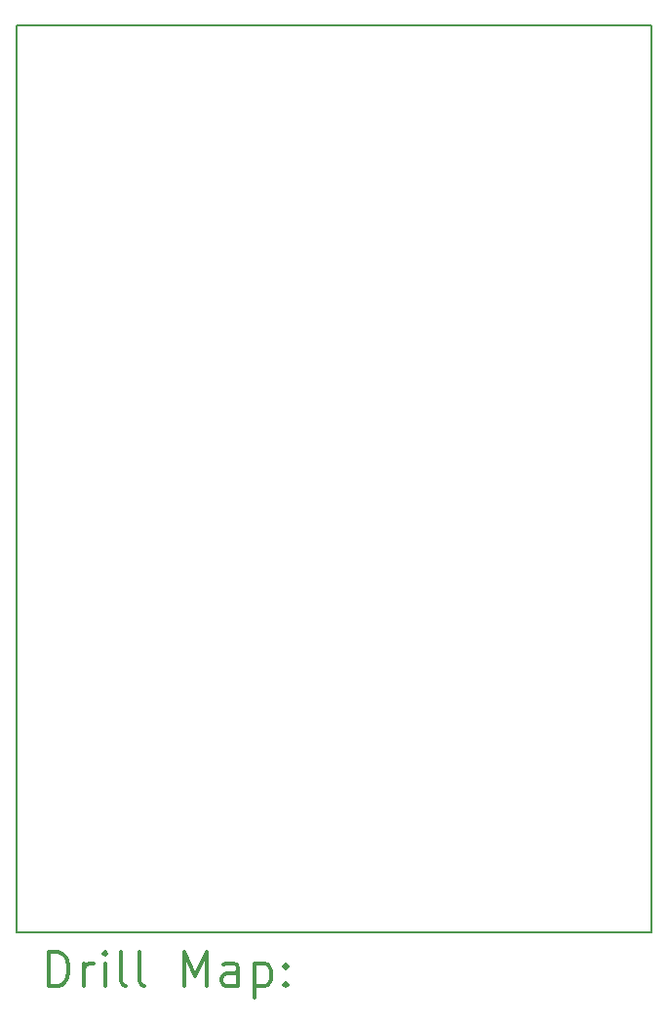
<source format=gbr>
%FSLAX45Y45*%
G04 Gerber Fmt 4.5, Leading zero omitted, Abs format (unit mm)*
G04 Created by KiCad (PCBNEW 5.0.2+dfsg1-1~bpo9+1) date mer. 22 janv. 2020 15:14:50 CET*
%MOMM*%
%LPD*%
G01*
G04 APERTURE LIST*
%ADD10C,0.150000*%
%ADD11C,0.200000*%
%ADD12C,0.300000*%
G04 APERTURE END LIST*
D10*
X17259300Y-1752600D02*
X17272000Y-1752600D01*
X17259300Y-9626600D02*
X17259300Y-1752600D01*
X22771100Y-9626600D02*
X17259300Y-9626600D01*
X22771100Y-1752600D02*
X22771100Y-9626600D01*
X17272000Y-1752600D02*
X22771100Y-1752600D01*
D11*
D12*
X17538228Y-10099814D02*
X17538228Y-9799814D01*
X17609657Y-9799814D01*
X17652514Y-9814100D01*
X17681086Y-9842672D01*
X17695371Y-9871243D01*
X17709657Y-9928386D01*
X17709657Y-9971243D01*
X17695371Y-10028386D01*
X17681086Y-10056957D01*
X17652514Y-10085529D01*
X17609657Y-10099814D01*
X17538228Y-10099814D01*
X17838228Y-10099814D02*
X17838228Y-9899814D01*
X17838228Y-9956957D02*
X17852514Y-9928386D01*
X17866800Y-9914100D01*
X17895371Y-9899814D01*
X17923943Y-9899814D01*
X18023943Y-10099814D02*
X18023943Y-9899814D01*
X18023943Y-9799814D02*
X18009657Y-9814100D01*
X18023943Y-9828386D01*
X18038228Y-9814100D01*
X18023943Y-9799814D01*
X18023943Y-9828386D01*
X18209657Y-10099814D02*
X18181086Y-10085529D01*
X18166800Y-10056957D01*
X18166800Y-9799814D01*
X18366800Y-10099814D02*
X18338228Y-10085529D01*
X18323943Y-10056957D01*
X18323943Y-9799814D01*
X18709657Y-10099814D02*
X18709657Y-9799814D01*
X18809657Y-10014100D01*
X18909657Y-9799814D01*
X18909657Y-10099814D01*
X19181086Y-10099814D02*
X19181086Y-9942672D01*
X19166800Y-9914100D01*
X19138228Y-9899814D01*
X19081086Y-9899814D01*
X19052514Y-9914100D01*
X19181086Y-10085529D02*
X19152514Y-10099814D01*
X19081086Y-10099814D01*
X19052514Y-10085529D01*
X19038228Y-10056957D01*
X19038228Y-10028386D01*
X19052514Y-9999814D01*
X19081086Y-9985529D01*
X19152514Y-9985529D01*
X19181086Y-9971243D01*
X19323943Y-9899814D02*
X19323943Y-10199814D01*
X19323943Y-9914100D02*
X19352514Y-9899814D01*
X19409657Y-9899814D01*
X19438228Y-9914100D01*
X19452514Y-9928386D01*
X19466800Y-9956957D01*
X19466800Y-10042672D01*
X19452514Y-10071243D01*
X19438228Y-10085529D01*
X19409657Y-10099814D01*
X19352514Y-10099814D01*
X19323943Y-10085529D01*
X19595371Y-10071243D02*
X19609657Y-10085529D01*
X19595371Y-10099814D01*
X19581086Y-10085529D01*
X19595371Y-10071243D01*
X19595371Y-10099814D01*
X19595371Y-9914100D02*
X19609657Y-9928386D01*
X19595371Y-9942672D01*
X19581086Y-9928386D01*
X19595371Y-9914100D01*
X19595371Y-9942672D01*
M02*

</source>
